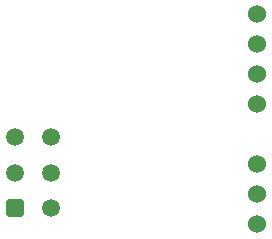
<source format=gbr>
%TF.GenerationSoftware,KiCad,Pcbnew,8.0.5*%
%TF.CreationDate,2024-09-29T17:59:16-05:00*%
%TF.ProjectId,pcb,7063622e-6b69-4636-9164-5f7063625858,rev?*%
%TF.SameCoordinates,Original*%
%TF.FileFunction,Copper,L2,Bot*%
%TF.FilePolarity,Positive*%
%FSLAX46Y46*%
G04 Gerber Fmt 4.6, Leading zero omitted, Abs format (unit mm)*
G04 Created by KiCad (PCBNEW 8.0.5) date 2024-09-29 17:59:16*
%MOMM*%
%LPD*%
G01*
G04 APERTURE LIST*
G04 Aperture macros list*
%AMRoundRect*
0 Rectangle with rounded corners*
0 $1 Rounding radius*
0 $2 $3 $4 $5 $6 $7 $8 $9 X,Y pos of 4 corners*
0 Add a 4 corners polygon primitive as box body*
4,1,4,$2,$3,$4,$5,$6,$7,$8,$9,$2,$3,0*
0 Add four circle primitives for the rounded corners*
1,1,$1+$1,$2,$3*
1,1,$1+$1,$4,$5*
1,1,$1+$1,$6,$7*
1,1,$1+$1,$8,$9*
0 Add four rect primitives between the rounded corners*
20,1,$1+$1,$2,$3,$4,$5,0*
20,1,$1+$1,$4,$5,$6,$7,0*
20,1,$1+$1,$6,$7,$8,$9,0*
20,1,$1+$1,$8,$9,$2,$3,0*%
G04 Aperture macros list end*
%TA.AperFunction,ComponentPad*%
%ADD10C,1.524000*%
%TD*%
%TA.AperFunction,ComponentPad*%
%ADD11RoundRect,0.250001X0.499999X-0.499999X0.499999X0.499999X-0.499999X0.499999X-0.499999X-0.499999X0*%
%TD*%
%TA.AperFunction,ComponentPad*%
%ADD12C,1.500000*%
%TD*%
G04 APERTURE END LIST*
D10*
%TO.P,U1,1,Vin-*%
%TO.N,GND*%
X110914000Y-100848000D03*
%TO.P,U1,2,Vin+*%
%TO.N,Net-(D1-K)*%
X110914000Y-98308000D03*
%TO.P,U1,3,RC*%
%TO.N,unconnected-(U1-RC-Pad3)*%
X110914000Y-95768000D03*
%TO.P,U1,5,NC*%
%TO.N,unconnected-(U1-NC-Pad5)*%
X110914000Y-90688000D03*
%TO.P,U1,6,Vout+*%
%TO.N,+12P*%
X110914000Y-88148000D03*
%TO.P,U1,7,Vout-*%
%TO.N,GNDD*%
X110914000Y-85608000D03*
%TO.P,U1,8,NC*%
%TO.N,unconnected-(U1-NC-Pad8)*%
X110914000Y-83068000D03*
%TD*%
D11*
%TO.P,J1,1,Pin_1*%
%TO.N,Net-(D1-A)*%
X90472000Y-99472000D03*
D12*
%TO.P,J1,2,Pin_2*%
%TO.N,GND*%
X90472000Y-96472000D03*
%TO.P,J1,3,Pin_3*%
%TO.N,unconnected-(J1-Pin_3-Pad3)*%
X90472000Y-93472000D03*
%TO.P,J1,4,Pin_4*%
%TO.N,unconnected-(J1-Pin_4-Pad4)*%
X93472000Y-99472000D03*
%TO.P,J1,5,Pin_5*%
%TO.N,+12P*%
X93472000Y-96472000D03*
%TO.P,J1,6,Pin_6*%
%TO.N,GNDD*%
X93472000Y-93472000D03*
%TD*%
M02*

</source>
